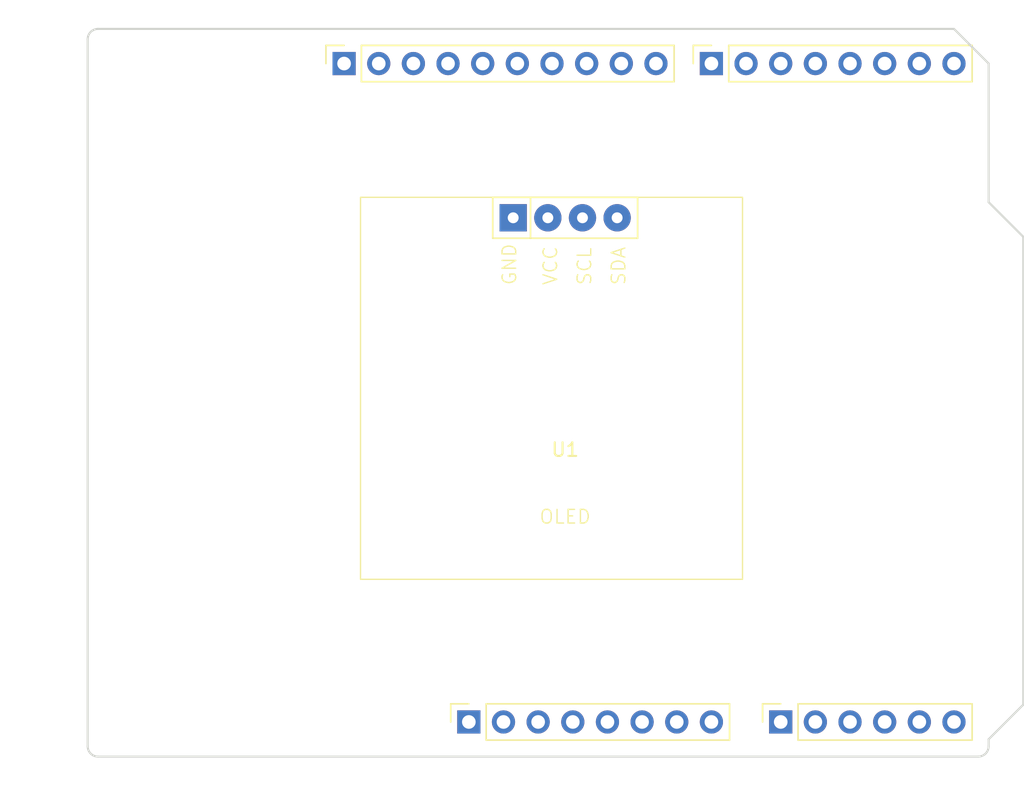
<source format=kicad_pcb>
(kicad_pcb (version 20240108) (generator "pcbnew") (generator_version "8.0")
  (title_block (date "mar. 31 mars 2015"))
  (layers (0 "F.Cu" signal) (31 "B.Cu" signal) (34 "B.Paste" user) (35 "F.Paste" user) (36 "B.SilkS" user "B.Silkscreen") (37 "F.SilkS" user "F.Silkscreen") (38 "B.Mask" user) (39 "F.Mask" user) (44 "Edge.Cuts" user))
  (net 0 "")
  (net 1 "GND")
  (net 3 "+5V")
  (net 4 "/IOREF")
  (net 5 "/A0")
  (net 6 "/A1")
  (net 7 "/A2")
  (net 8 "/A3")
  (net 9 "/SDA{slash}A4")
  (net 10 "/SCL{slash}A5")
  (net 11 "/13")
  (net 12 "/12")
  (net 13 "/AREF")
  (net 14 "/8")
  (net 15 "/7")
  (net 16 "/*11")
  (net 17 "/*10")
  (net 18 "/*9")
  (net 19 "/4")
  (net 20 "/2")
  (net 21 "/*6")
  (net 22 "/*5")
  (net 23 "/TX{slash}1")
  (net 24 "/*3")
  (net 25 "/RX{slash}0")
  (net 26 "+3V3")
  (net 27 "VCC")
  (net 28 "/~{RESET}")
  (footprint "Connector_PinSocket_2.54mm:PinSocket_1x08_P2.54mm_Vertical" (layer "F.Cu") (at 127.94 97.46 90)
    (property "Reference" "J1" (hide yes))
    (property "Value" "Power")
    (fp_line (start 1.33 -1.33) (end 1.33 0) (stroke (width 0.12)) (layer "F.SilkS"))
    (fp_line (start 0 -1.33) (end 1.33 -1.33) (stroke (width 0.12)) (layer "F.SilkS"))
    (fp_line (start 1.33 1.27) (end 1.33 19.11) (stroke (width 0.12)) (layer "F.SilkS"))
    (fp_line (start -1.33 1.27) (end 1.33 1.27) (stroke (width 0.12)) (layer "F.SilkS"))
    (fp_line (start -1.33 1.27) (end -1.33 19.11) (stroke (width 0.12)) (layer "F.SilkS"))
    (fp_line (start -1.33 19.11) (end 1.33 19.11) (stroke (width 0.12)) (layer "F.SilkS"))
    (pad "1" thru_hole rect (at 0 0 90) (size 1.7 1.7) (drill 1) (layers "*.Cu" "*.Mask"))
    (pad "2" thru_hole oval (at 0 2.54 90) (size 1.7 1.7) (drill 1) (layers "*.Cu" "*.Mask") (net 4 "/IOREF"))
    (pad "3" thru_hole oval (at 0 5.08 90) (size 1.7 1.7) (drill 1) (layers "*.Cu" "*.Mask") (net 28 "/~{RESET}"))
    (pad "4" thru_hole oval (at 0 7.62 90) (size 1.7 1.7) (drill 1) (layers "*.Cu" "*.Mask") (net 26 "+3V3"))
    (pad "5" thru_hole oval (at 0 10.16 90) (size 1.7 1.7) (drill 1) (layers "*.Cu" "*.Mask") (net 3 "+5V"))
    (pad "6" thru_hole oval (at 0 12.7 90) (size 1.7 1.7) (drill 1) (layers "*.Cu" "*.Mask") (net 1 "GND"))
    (pad "7" thru_hole oval (at 0 15.24 90) (size 1.7 1.7) (drill 1) (layers "*.Cu" "*.Mask") (net 1 "GND"))
    (pad "8" thru_hole oval (at 0 17.78 90) (size 1.7 1.7) (drill 1) (layers "*.Cu" "*.Mask") (net 27 "VCC"))
  )
  (footprint "Connector_PinSocket_2.54mm:PinSocket_1x06_P2.54mm_Vertical" (layer "F.Cu") (at 150.8 97.46 90)
    (property "Reference" "J3" (hide yes))
    (property "Value" "Analog")
    (fp_line (start 1.33 -1.33) (end 1.33 0) (stroke (width 0.12)) (layer "F.SilkS"))
    (fp_line (start 0 -1.33) (end 1.33 -1.33) (stroke (width 0.12)) (layer "F.SilkS"))
    (fp_line (start 1.33 1.27) (end 1.33 14.03) (stroke (width 0.12)) (layer "F.SilkS"))
    (fp_line (start -1.33 1.27) (end 1.33 1.27) (stroke (width 0.12)) (layer "F.SilkS"))
    (fp_line (start -1.33 1.27) (end -1.33 14.03) (stroke (width 0.12)) (layer "F.SilkS"))
    (fp_line (start -1.33 14.03) (end 1.33 14.03) (stroke (width 0.12)) (layer "F.SilkS"))
    (pad "1" thru_hole rect (at 0 0 90) (size 1.7 1.7) (drill 1) (layers "*.Cu" "*.Mask") (net 5 "/A0"))
    (pad "2" thru_hole oval (at 0 2.54 90) (size 1.7 1.7) (drill 1) (layers "*.Cu" "*.Mask") (net 6 "/A1"))
    (pad "3" thru_hole oval (at 0 5.08 90) (size 1.7 1.7) (drill 1) (layers "*.Cu" "*.Mask") (net 7 "/A2"))
    (pad "4" thru_hole oval (at 0 7.62 90) (size 1.7 1.7) (drill 1) (layers "*.Cu" "*.Mask") (net 8 "/A3"))
    (pad "5" thru_hole oval (at 0 10.16 90) (size 1.7 1.7) (drill 1) (layers "*.Cu" "*.Mask") (net 9 "/SDA{slash}A4"))
    (pad "6" thru_hole oval (at 0 12.7 90) (size 1.7 1.7) (drill 1) (layers "*.Cu" "*.Mask") (net 10 "/SCL{slash}A5"))
  )
  (footprint "Connector_PinSocket_2.54mm:PinSocket_1x10_P2.54mm_Vertical" (layer "F.Cu") (at 118.796 49.2 90)
    (property "Reference" "J2" (hide yes))
    (property "Value" "Digital/PWM")
    (fp_line (start 1.33 -1.33) (end 1.33 0) (stroke (width 0.12)) (layer "F.SilkS"))
    (fp_line (start 0 -1.33) (end 1.33 -1.33) (stroke (width 0.12)) (layer "F.SilkS"))
    (fp_line (start 1.33 1.27) (end 1.33 24.19) (stroke (width 0.12)) (layer "F.SilkS"))
    (fp_line (start -1.33 1.27) (end 1.33 1.27) (stroke (width 0.12)) (layer "F.SilkS"))
    (fp_line (start -1.33 1.27) (end -1.33 24.19) (stroke (width 0.12)) (layer "F.SilkS"))
    (fp_line (start -1.33 24.19) (end 1.33 24.19) (stroke (width 0.12)) (layer "F.SilkS"))
    (pad "1" thru_hole rect (at 0 0 90) (size 1.7 1.7) (drill 1) (layers "*.Cu" "*.Mask") (net 10 "/SCL{slash}A5"))
    (pad "2" thru_hole oval (at 0 2.54 90) (size 1.7 1.7) (drill 1) (layers "*.Cu" "*.Mask") (net 9 "/SDA{slash}A4"))
    (pad "3" thru_hole oval (at 0 5.08 90) (size 1.7 1.7) (drill 1) (layers "*.Cu" "*.Mask") (net 13 "/AREF"))
    (pad "4" thru_hole oval (at 0 7.62 90) (size 1.7 1.7) (drill 1) (layers "*.Cu" "*.Mask") (net 1 "GND"))
    (pad "5" thru_hole oval (at 0 10.16 90) (size 1.7 1.7) (drill 1) (layers "*.Cu" "*.Mask") (net 11 "/13"))
    (pad "6" thru_hole oval (at 0 12.7 90) (size 1.7 1.7) (drill 1) (layers "*.Cu" "*.Mask") (net 12 "/12"))
    (pad "7" thru_hole oval (at 0 15.24 90) (size 1.7 1.7) (drill 1) (layers "*.Cu" "*.Mask") (net 16 "/*11"))
    (pad "8" thru_hole oval (at 0 17.78 90) (size 1.7 1.7) (drill 1) (layers "*.Cu" "*.Mask") (net 17 "/*10"))
    (pad "9" thru_hole oval (at 0 20.32 90) (size 1.7 1.7) (drill 1) (layers "*.Cu" "*.Mask") (net 18 "/*9"))
    (pad "10" thru_hole oval (at 0 22.86 90) (size 1.7 1.7) (drill 1) (layers "*.Cu" "*.Mask") (net 14 "/8"))
  )
  (footprint "Connector_PinSocket_2.54mm:PinSocket_1x08_P2.54mm_Vertical" (layer "F.Cu") (at 145.72 49.2 90)
    (property "Reference" "J4" (hide yes))
    (property "Value" "Digital/PWM")
    (fp_line (start 1.33 -1.33) (end 1.33 0) (stroke (width 0.12)) (layer "F.SilkS"))
    (fp_line (start 0 -1.33) (end 1.33 -1.33) (stroke (width 0.12)) (layer "F.SilkS"))
    (fp_line (start 1.33 1.27) (end 1.33 19.11) (stroke (width 0.12)) (layer "F.SilkS"))
    (fp_line (start -1.33 1.27) (end 1.33 1.27) (stroke (width 0.12)) (layer "F.SilkS"))
    (fp_line (start -1.33 1.27) (end -1.33 19.11) (stroke (width 0.12)) (layer "F.SilkS"))
    (fp_line (start -1.33 19.11) (end 1.33 19.11) (stroke (width 0.12)) (layer "F.SilkS"))
    (pad "1" thru_hole rect (at 0 0 90) (size 1.7 1.7) (drill 1) (layers "*.Cu" "*.Mask") (net 15 "/7"))
    (pad "2" thru_hole oval (at 0 2.54 90) (size 1.7 1.7) (drill 1) (layers "*.Cu" "*.Mask") (net 21 "/*6"))
    (pad "3" thru_hole oval (at 0 5.08 90) (size 1.7 1.7) (drill 1) (layers "*.Cu" "*.Mask") (net 22 "/*5"))
    (pad "4" thru_hole oval (at 0 7.62 90) (size 1.7 1.7) (drill 1) (layers "*.Cu" "*.Mask") (net 19 "/4"))
    (pad "5" thru_hole oval (at 0 10.16 90) (size 1.7 1.7) (drill 1) (layers "*.Cu" "*.Mask") (net 24 "/*3"))
    (pad "6" thru_hole oval (at 0 12.7 90) (size 1.7 1.7) (drill 1) (layers "*.Cu" "*.Mask") (net 20 "/2"))
    (pad "7" thru_hole oval (at 0 15.24 90) (size 1.7 1.7) (drill 1) (layers "*.Cu" "*.Mask") (net 23 "/TX{slash}1"))
    (pad "8" thru_hole oval (at 0 17.78 90) (size 1.7 1.7) (drill 1) (layers "*.Cu" "*.Mask") (net 25 "/RX{slash}0"))
  )
  (footprint "Lib_empreint:SIP-4" (layer "F.Cu") (at 135 60.505)
    (property "Reference" "U1" (at 0 17 0) (layer "F.SilkS"))
    (property "Value" "~")
    (fp_line (start -5.31 -1.5) (end 5.31 -1.5) (stroke (width 0.12)) (layer "F.SilkS"))
    (fp_line (start -5.31 1.5) (end -5.31 -1.5) (stroke (width 0.12)) (layer "F.SilkS"))
    (fp_line (start -2.54 -1.5) (end -2.54 1.5) (stroke (width 0.12)) (layer "F.SilkS"))
    (fp_line (start 5.31 -1.5) (end 5.31 1.5) (stroke (width 0.12)) (layer "F.SilkS"))
    (fp_line (start 5.31 1.5) (end -5.31 1.5) (stroke (width 0.12)) (layer "F.SilkS"))
    (fp_rect (start -15 -1.5) (end 13 26.5) (stroke (width 0.1)) (fill none) (layer "F.SilkS"))
    (fp_text user "SDA" (at 4.5 5 90) (layer "F.SilkS") (effects (font (thickness 0.1)) (justify left bottom)))
    (fp_text user "VCC" (at -0.5 5 90) (layer "F.SilkS") (effects (font (thickness 0.1)) (justify left bottom)))
    (fp_text user "SCL" (at 2 5 90) (layer "F.SilkS") (effects (font (thickness 0.1)) (justify left bottom)))
    (fp_text user "GND" (at -3.5 5 90) (layer "F.SilkS") (effects (font (thickness 0.1)) (justify left bottom)))
    (fp_text user "OLED" (at 0 22.5 0) (layer "F.SilkS") (effects (font (thickness 0.1)) (justify bottom)))
    (pad "1" thru_hole rect (at -3.81 0) (size 2 2) (drill 0.8) (layers "*.Cu" "*.Mask"))
    (pad "2" thru_hole circle (at -1.27 0) (size 2 2) (drill 0.8) (layers "*.Cu" "*.Mask"))
    (pad "3" thru_hole circle (at 1.27 0) (size 2 2) (drill 0.8) (layers "*.Cu" "*.Mask"))
    (pad "4" thru_hole circle (at 3.81 0) (size 2 2) (drill 0.8) (layers "*.Cu" "*.Mask"))
  )
  (footprint "Arduino_MountingHole:MountingHole_3.2mm" (layer "F.Cu") (at 115.24 49.2)
    (property "Reference" "MH1" (hide yes))
    (property "Value" "MountingHole_3.2mm" (hide yes))
    (pad "" np_thru_hole circle (at 0 0) (size 3.2 3.2) (drill 3.2) (layers "*.Cu" "*.Mask"))
  )
  (footprint "Arduino_MountingHole:MountingHole_3.2mm" (layer "F.Cu") (at 113.97 97.46)
    (property "Reference" "MH2" (hide yes))
    (property "Value" "MountingHole_3.2mm" (hide yes))
    (pad "" np_thru_hole circle (at 0 0) (size 3.2 3.2) (drill 3.2) (layers "*.Cu" "*.Mask"))
  )
  (footprint "Arduino_MountingHole:MountingHole_3.2mm" (layer "F.Cu") (at 166.04 64.44)
    (property "Reference" "MH3" (hide yes))
    (property "Value" "MountingHole_3.2mm" (hide yes))
    (pad "" np_thru_hole circle (at 0 0) (size 3.2 3.2) (drill 3.2) (layers "*.Cu" "*.Mask"))
  )
  (footprint "Arduino_MountingHole:MountingHole_3.2mm" (layer "F.Cu") (at 166.04 92.38)
    (property "Reference" "MH4" (hide yes))
    (property "Value" "MountingHole_3.2mm" (hide yes))
    (pad "" np_thru_hole circle (at 0 0) (size 3.2 3.2) (drill 3.2) (layers "*.Cu" "*.Mask"))
  )
  (gr_line (start 166.04 59.36) (end 168.58 61.9) (stroke (width 0.15)) (layer "Edge.Cuts"))
  (gr_line (start 100 99.238) (end 100 47.422) (stroke (width 0.15)) (layer "Edge.Cuts"))
  (gr_line (start 168.58 61.9) (end 168.58 96.19) (stroke (width 0.15)) (layer "Edge.Cuts"))
  (gr_line (start 165.278 100) (end 100.762 100) (stroke (width 0.15)) (layer "Edge.Cuts"))
  (gr_line (start 100.762 46.66) (end 163.5 46.66) (stroke (width 0.15)) (layer "Edge.Cuts"))
  (gr_arc (start 100.762 100) (mid 100.223185 99.776815) (end 100 99.238) (stroke (width 0.15)) (layer "Edge.Cuts"))
  (gr_line (start 168.58 96.19) (end 166.04 98.73) (stroke (width 0.15)) (layer "Edge.Cuts"))
  (gr_line (start 163.5 46.66) (end 166.04 49.2) (stroke (width 0.15)) (layer "Edge.Cuts"))
  (gr_arc (start 166.04 99.238) (mid 165.816815 99.776815) (end 165.278 100) (stroke (width 0.15)) (layer "Edge.Cuts"))
  (gr_line (start 166.04 49.2) (end 166.04 59.36) (stroke (width 0.15)) (layer "Edge.Cuts"))
  (gr_line (start 166.04 98.73) (end 166.04 99.238) (stroke (width 0.15)) (layer "Edge.Cuts"))
  (gr_arc (start 100 47.422) (mid 100.223185 46.883185) (end 100.762 46.66) (stroke (width 0.15)) (layer "Edge.Cuts"))
)
</source>
